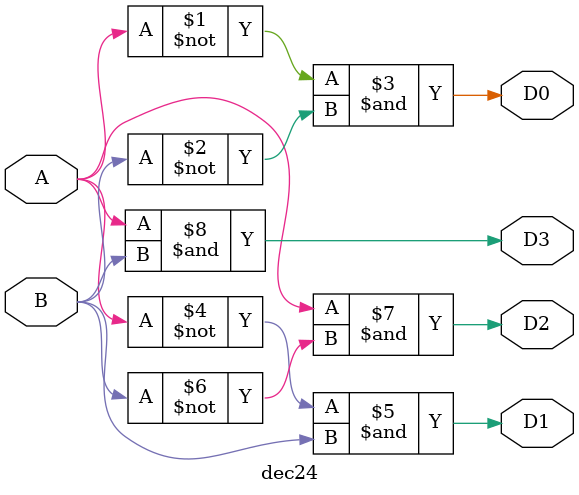
<source format=v>
`timescale 1ns / 1ps


module dec24(output D0,D1,D2,D3, input A, B);
    assign D0=~A&~B;
    assign D1=~A&B;
    assign D2=A&~B;
    assign D3=A&B;
endmodule


</source>
